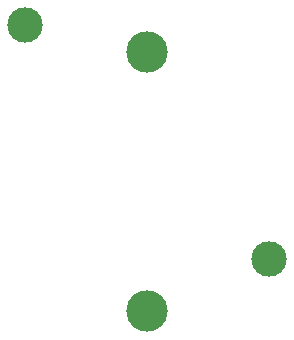
<source format=gtl>
G04*
G04 #@! TF.GenerationSoftware,Altium Limited,Altium Designer,20.1.8 (145)*
G04*
G04 Layer_Physical_Order=1*
G04 Layer_Color=255*
%FSLAX43Y43*%
%MOMM*%
G71*
G04*
G04 #@! TF.SameCoordinates,7DF765E9-B2F1-4755-A82F-84FFEBF29FFD*
G04*
G04*
G04 #@! TF.FilePolarity,Positive*
G04*
G01*
G75*
%ADD10C,3.500*%
%ADD11C,3.000*%
D10*
X74000Y38700D02*
D03*
Y60650D02*
D03*
D11*
X63650Y62900D02*
D03*
X84350Y43100D02*
D03*
M02*

</source>
